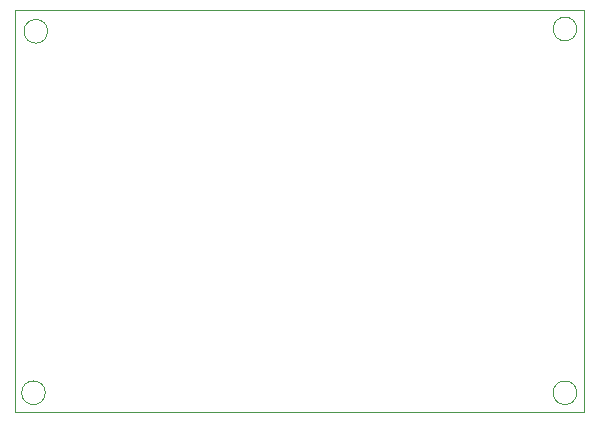
<source format=gbr>
%TF.GenerationSoftware,KiCad,Pcbnew,9.0.7*%
%TF.CreationDate,2026-01-15T12:26:01+05:30*%
%TF.ProjectId,actodc,6163746f-6463-42e6-9b69-6361645f7063,rev?*%
%TF.SameCoordinates,Original*%
%TF.FileFunction,Profile,NP*%
%FSLAX46Y46*%
G04 Gerber Fmt 4.6, Leading zero omitted, Abs format (unit mm)*
G04 Created by KiCad (PCBNEW 9.0.7) date 2026-01-15 12:26:01*
%MOMM*%
%LPD*%
G01*
G04 APERTURE LIST*
%TA.AperFunction,Profile*%
%ADD10C,0.050000*%
%TD*%
G04 APERTURE END LIST*
D10*
X115800000Y-82200000D02*
X164000000Y-82200000D01*
X164000000Y-116200000D01*
X115800000Y-116200000D01*
X115800000Y-82200000D01*
X118400000Y-114600000D02*
G75*
G02*
X116400000Y-114600000I-1000000J0D01*
G01*
X116400000Y-114600000D02*
G75*
G02*
X118400000Y-114600000I1000000J0D01*
G01*
X118600000Y-84000000D02*
G75*
G02*
X116600000Y-84000000I-1000000J0D01*
G01*
X116600000Y-84000000D02*
G75*
G02*
X118600000Y-84000000I1000000J0D01*
G01*
X163400000Y-83800000D02*
G75*
G02*
X161400000Y-83800000I-1000000J0D01*
G01*
X161400000Y-83800000D02*
G75*
G02*
X163400000Y-83800000I1000000J0D01*
G01*
X163400000Y-114600000D02*
G75*
G02*
X161400000Y-114600000I-1000000J0D01*
G01*
X161400000Y-114600000D02*
G75*
G02*
X163400000Y-114600000I1000000J0D01*
G01*
M02*

</source>
